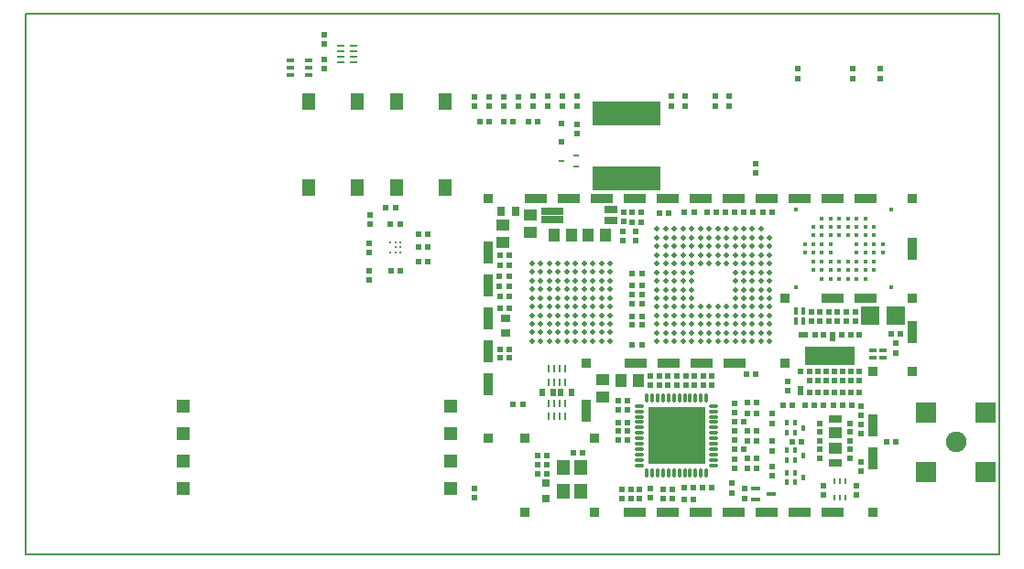
<source format=gbp>
G04 Layer_Color=128*
%FSLAX25Y25*%
%MOIN*%
G70*
G01*
G75*
%ADD16C,0.00787*%
%ADD37R,0.08000X0.03200*%
%ADD38R,0.03200X0.08000*%
%ADD39R,0.03200X0.03200*%
%ADD40R,0.04724X0.05512*%
%ADD41R,0.03740X0.02165*%
%ADD42R,0.02165X0.02165*%
%ADD43R,0.02165X0.03740*%
%ADD44R,0.02362X0.02362*%
%ADD45R,0.18189X0.07087*%
%ADD46O,0.01102X0.03543*%
%ADD47O,0.03543X0.01102*%
%ADD48R,0.20669X0.20669*%
%ADD49R,0.01693X0.01929*%
%ADD50R,0.01772X0.02323*%
%ADD51R,0.01713X0.02323*%
%ADD52R,0.02362X0.01969*%
%ADD53R,0.05118X0.02756*%
%ADD54R,0.05118X0.04134*%
%ADD55C,0.01772*%
%ADD56C,0.01929*%
%ADD57R,0.02200X0.02000*%
%ADD58R,0.02000X0.02200*%
%ADD59R,0.01378X0.02559*%
%ADD60R,0.02559X0.01378*%
%ADD61R,0.01102X0.02953*%
%ADD62R,0.03673X0.01800*%
%ADD64R,0.02760X0.02560*%
%ADD65R,0.04000X0.05000*%
%ADD66R,0.06700X0.07100*%
%ADD67R,0.02000X0.02800*%
%ADD68R,0.03000X0.03200*%
%ADD69R,0.03200X0.03000*%
%ADD70R,0.05000X0.04000*%
%ADD71R,0.04731X0.02962*%
%ADD72R,0.07874X0.03150*%
%ADD74R,0.02362X0.00984*%
%ADD75R,0.03150X0.01378*%
%ADD76R,0.05118X0.06102*%
%ADD77C,0.07480*%
%ADD79R,0.05118X0.05118*%
%ADD80R,0.24803X0.09055*%
%ADD81R,0.02953X0.01102*%
%ADD146R,0.00669X0.02165*%
%ADD147C,0.01102*%
%ADD148R,0.07480X0.07480*%
G54D16*
X354329Y0D02*
Y196851D01*
X0Y0D02*
X354329D01*
X0Y196851D02*
X354329D01*
X0Y0D02*
Y196851D01*
G54D37*
X221868Y15473D02*
D03*
X233768D02*
D03*
X222168Y69774D02*
D03*
X185568Y129574D02*
D03*
X197568D02*
D03*
X245768Y15473D02*
D03*
X257768D02*
D03*
X269768D02*
D03*
X281768D02*
D03*
X293768D02*
D03*
X234168Y69774D02*
D03*
X246168D02*
D03*
X258168D02*
D03*
X293568Y93173D02*
D03*
X305568D02*
D03*
X209568Y129574D02*
D03*
X221568D02*
D03*
X233568D02*
D03*
X245568D02*
D03*
X257568D02*
D03*
X269568D02*
D03*
X281568D02*
D03*
X293568D02*
D03*
X305568D02*
D03*
G54D38*
X203968Y52473D02*
D03*
X168468Y61974D02*
D03*
Y73974D02*
D03*
Y85974D02*
D03*
Y97974D02*
D03*
Y109974D02*
D03*
X308368Y35074D02*
D03*
Y47074D02*
D03*
X322768Y81073D02*
D03*
Y111373D02*
D03*
G54D39*
X203968Y69774D02*
D03*
X181668Y15473D02*
D03*
X308368D02*
D03*
Y66673D02*
D03*
X322768D02*
D03*
X168468Y129574D02*
D03*
X322768D02*
D03*
X168468Y42173D02*
D03*
X181668D02*
D03*
X207168D02*
D03*
Y15473D02*
D03*
X276368Y69774D02*
D03*
Y93173D02*
D03*
X322768D02*
D03*
G54D40*
X201904Y31497D02*
D03*
Y22836D02*
D03*
X195605D02*
D03*
Y31497D02*
D03*
G54D41*
X283012Y80097D02*
D03*
G54D42*
X287343D02*
D03*
X290492D02*
D03*
X297185D02*
D03*
X300335D02*
D03*
X303484D02*
D03*
Y58837D02*
D03*
X285295D02*
D03*
X288327D02*
D03*
X291398D02*
D03*
X294429D02*
D03*
X297500D02*
D03*
X300532D02*
D03*
G54D43*
X293642Y79309D02*
D03*
X282224Y59624D02*
D03*
G54D44*
X303484Y63364D02*
D03*
X300532D02*
D03*
X297500D02*
D03*
X294429D02*
D03*
X291398D02*
D03*
X288327D02*
D03*
X285295D02*
D03*
X282224Y66711D02*
D03*
X285295D02*
D03*
X288327D02*
D03*
X291398D02*
D03*
X294429D02*
D03*
X297500D02*
D03*
X300532D02*
D03*
X303484D02*
D03*
X195032Y157136D02*
D03*
Y150443D02*
D03*
G54D45*
X292618Y72419D02*
D03*
G54D46*
X226128Y56849D02*
D03*
X228096D02*
D03*
X230065D02*
D03*
X232033D02*
D03*
X234002D02*
D03*
X235970D02*
D03*
X237939D02*
D03*
X239907D02*
D03*
X241876D02*
D03*
X243844D02*
D03*
X245813D02*
D03*
X247781D02*
D03*
Y29684D02*
D03*
X245813D02*
D03*
X243844D02*
D03*
X241876D02*
D03*
X239907D02*
D03*
X237939D02*
D03*
X235970D02*
D03*
X234002D02*
D03*
X232033D02*
D03*
X230065D02*
D03*
X228096D02*
D03*
X226128D02*
D03*
G54D47*
X250537Y54093D02*
D03*
Y52125D02*
D03*
Y50156D02*
D03*
Y48188D02*
D03*
Y46219D02*
D03*
Y44251D02*
D03*
Y42282D02*
D03*
Y40314D02*
D03*
Y38345D02*
D03*
Y36377D02*
D03*
Y34408D02*
D03*
Y32440D02*
D03*
X223372D02*
D03*
Y34408D02*
D03*
Y36377D02*
D03*
Y38345D02*
D03*
Y40314D02*
D03*
Y42282D02*
D03*
Y44251D02*
D03*
Y46219D02*
D03*
Y48188D02*
D03*
Y50156D02*
D03*
Y52125D02*
D03*
Y54093D02*
D03*
G54D48*
X236954Y43266D02*
D03*
G54D49*
X282968Y46066D02*
D03*
Y36066D02*
D03*
Y27966D02*
D03*
G54D50*
X280054Y44275D02*
D03*
Y47858D02*
D03*
Y34275D02*
D03*
Y37858D02*
D03*
Y26175D02*
D03*
Y29758D02*
D03*
G54D51*
X277151Y44275D02*
D03*
Y47858D02*
D03*
Y34275D02*
D03*
Y37858D02*
D03*
Y26175D02*
D03*
Y29758D02*
D03*
G54D52*
X289142Y35067D02*
D03*
Y38217D02*
D03*
Y41366D02*
D03*
Y44516D02*
D03*
Y47666D02*
D03*
X300166D02*
D03*
Y44516D02*
D03*
Y41366D02*
D03*
Y38217D02*
D03*
Y35067D02*
D03*
G54D53*
X294654Y49241D02*
D03*
Y33492D02*
D03*
G54D54*
Y44221D02*
D03*
Y38512D02*
D03*
G54D55*
X280432Y125640D02*
D03*
Y97293D02*
D03*
X283581Y113041D02*
D03*
Y109892D02*
D03*
X286731Y119341D02*
D03*
Y116191D02*
D03*
Y113041D02*
D03*
Y109892D02*
D03*
Y106742D02*
D03*
Y103593D02*
D03*
X289880Y122490D02*
D03*
Y119341D02*
D03*
Y116191D02*
D03*
Y113041D02*
D03*
Y109892D02*
D03*
Y106742D02*
D03*
Y103593D02*
D03*
Y100443D02*
D03*
X293030Y122490D02*
D03*
Y119341D02*
D03*
Y116191D02*
D03*
Y113041D02*
D03*
Y109892D02*
D03*
Y106742D02*
D03*
Y103593D02*
D03*
Y100443D02*
D03*
X296180Y122490D02*
D03*
Y119341D02*
D03*
Y116191D02*
D03*
Y106742D02*
D03*
Y103593D02*
D03*
Y100443D02*
D03*
X299329Y122490D02*
D03*
Y119341D02*
D03*
Y116191D02*
D03*
Y106742D02*
D03*
Y103593D02*
D03*
Y100443D02*
D03*
X302479Y122490D02*
D03*
Y119341D02*
D03*
Y116191D02*
D03*
Y113041D02*
D03*
Y109892D02*
D03*
Y106742D02*
D03*
Y103593D02*
D03*
Y100443D02*
D03*
X305628Y122490D02*
D03*
Y119341D02*
D03*
Y116191D02*
D03*
Y113041D02*
D03*
Y109892D02*
D03*
Y106742D02*
D03*
Y103593D02*
D03*
Y100443D02*
D03*
X308778Y119341D02*
D03*
Y116191D02*
D03*
Y113041D02*
D03*
Y109892D02*
D03*
Y106742D02*
D03*
Y103593D02*
D03*
X311928Y113041D02*
D03*
Y109892D02*
D03*
X315077Y125640D02*
D03*
Y97293D02*
D03*
G54D56*
X184381Y106040D02*
D03*
Y102890D02*
D03*
Y99741D02*
D03*
Y96591D02*
D03*
Y93441D02*
D03*
Y90292D02*
D03*
Y87142D02*
D03*
Y83992D02*
D03*
Y80843D02*
D03*
Y77693D02*
D03*
X187531Y106040D02*
D03*
Y102890D02*
D03*
Y99741D02*
D03*
Y96591D02*
D03*
Y93441D02*
D03*
Y90292D02*
D03*
Y87142D02*
D03*
Y83992D02*
D03*
Y80843D02*
D03*
Y77693D02*
D03*
X190680Y106040D02*
D03*
Y102890D02*
D03*
Y99741D02*
D03*
Y96591D02*
D03*
Y93441D02*
D03*
Y90292D02*
D03*
Y87142D02*
D03*
Y83992D02*
D03*
Y80843D02*
D03*
Y77693D02*
D03*
X193830Y106040D02*
D03*
Y102890D02*
D03*
Y99741D02*
D03*
Y96591D02*
D03*
Y93441D02*
D03*
Y90292D02*
D03*
Y87142D02*
D03*
Y83992D02*
D03*
Y80843D02*
D03*
Y77693D02*
D03*
X196979Y106040D02*
D03*
Y102890D02*
D03*
Y99741D02*
D03*
Y96591D02*
D03*
Y93441D02*
D03*
Y90292D02*
D03*
Y87142D02*
D03*
Y83992D02*
D03*
Y80843D02*
D03*
Y77693D02*
D03*
X200129Y106040D02*
D03*
Y102890D02*
D03*
Y99741D02*
D03*
Y96591D02*
D03*
Y93441D02*
D03*
Y90292D02*
D03*
Y87142D02*
D03*
Y83992D02*
D03*
Y80843D02*
D03*
Y77693D02*
D03*
X203279Y106040D02*
D03*
Y102890D02*
D03*
Y99741D02*
D03*
Y96591D02*
D03*
Y93441D02*
D03*
Y90292D02*
D03*
Y87142D02*
D03*
Y83992D02*
D03*
Y80843D02*
D03*
Y77693D02*
D03*
X206428Y106040D02*
D03*
Y102890D02*
D03*
Y99741D02*
D03*
Y96591D02*
D03*
Y93441D02*
D03*
Y90292D02*
D03*
Y87142D02*
D03*
Y83992D02*
D03*
Y80843D02*
D03*
Y77693D02*
D03*
X209578Y106040D02*
D03*
Y102890D02*
D03*
Y99741D02*
D03*
Y96591D02*
D03*
Y93441D02*
D03*
Y90292D02*
D03*
Y87142D02*
D03*
Y83992D02*
D03*
Y80843D02*
D03*
Y77693D02*
D03*
X212728Y106040D02*
D03*
Y102890D02*
D03*
Y99741D02*
D03*
Y96591D02*
D03*
Y93441D02*
D03*
Y90292D02*
D03*
Y87142D02*
D03*
Y83992D02*
D03*
Y80843D02*
D03*
Y77693D02*
D03*
X267677Y118539D02*
D03*
X264528D02*
D03*
X261378D02*
D03*
X258228D02*
D03*
X255079D02*
D03*
X251929D02*
D03*
X248780D02*
D03*
X245630D02*
D03*
X242480D02*
D03*
X239331D02*
D03*
X236181D02*
D03*
X233032D02*
D03*
X229882D02*
D03*
X270827Y115389D02*
D03*
X267677D02*
D03*
X264528D02*
D03*
X261378D02*
D03*
X258228D02*
D03*
X255079D02*
D03*
X251929D02*
D03*
X248780D02*
D03*
X245630D02*
D03*
X242480D02*
D03*
X239331D02*
D03*
X236181D02*
D03*
X233032D02*
D03*
X229882D02*
D03*
X270827Y112240D02*
D03*
X267677D02*
D03*
X264528D02*
D03*
X261378D02*
D03*
X258228D02*
D03*
X255079D02*
D03*
X251929D02*
D03*
X248780D02*
D03*
X245630D02*
D03*
X242480D02*
D03*
X239331D02*
D03*
X236181D02*
D03*
X233032D02*
D03*
X229882D02*
D03*
X270827Y109090D02*
D03*
X267677D02*
D03*
X264528D02*
D03*
X261378D02*
D03*
X258228D02*
D03*
X255079D02*
D03*
X251929D02*
D03*
X248780D02*
D03*
X245630D02*
D03*
X242480D02*
D03*
X239331D02*
D03*
X236181D02*
D03*
X233032D02*
D03*
X229882D02*
D03*
X270827Y105941D02*
D03*
X267677D02*
D03*
X264528D02*
D03*
X261378D02*
D03*
X258228D02*
D03*
X255079D02*
D03*
X251929D02*
D03*
X248780D02*
D03*
X245630D02*
D03*
X242480D02*
D03*
X239331D02*
D03*
X236181D02*
D03*
X233032D02*
D03*
X229882D02*
D03*
X270827Y102791D02*
D03*
X267677D02*
D03*
X264528D02*
D03*
X261378D02*
D03*
X258228D02*
D03*
X242480D02*
D03*
X239331D02*
D03*
X236181D02*
D03*
X233032D02*
D03*
X229882D02*
D03*
X270827Y99641D02*
D03*
X267677D02*
D03*
X264528D02*
D03*
X261378D02*
D03*
X258228D02*
D03*
X242480D02*
D03*
X239331D02*
D03*
X236181D02*
D03*
X233032D02*
D03*
X229882D02*
D03*
X270827Y96492D02*
D03*
X267677D02*
D03*
X264528D02*
D03*
X261378D02*
D03*
X258228D02*
D03*
X242480D02*
D03*
X239331D02*
D03*
X236181D02*
D03*
X233032D02*
D03*
X229882D02*
D03*
X270827Y93342D02*
D03*
X267677D02*
D03*
X264528D02*
D03*
X261378D02*
D03*
X258228D02*
D03*
X242480D02*
D03*
X239331D02*
D03*
X236181D02*
D03*
X233032D02*
D03*
X229882D02*
D03*
X270827Y90193D02*
D03*
X267677D02*
D03*
X264528D02*
D03*
X261378D02*
D03*
X258228D02*
D03*
X255079D02*
D03*
X251929D02*
D03*
X248780D02*
D03*
X245630D02*
D03*
X242480D02*
D03*
X239331D02*
D03*
X236181D02*
D03*
X233032D02*
D03*
X229882D02*
D03*
X270827Y87043D02*
D03*
X267677D02*
D03*
X264528D02*
D03*
X261378D02*
D03*
X258228D02*
D03*
X255079D02*
D03*
X251929D02*
D03*
X248780D02*
D03*
X245630D02*
D03*
X242480D02*
D03*
X239331D02*
D03*
X236181D02*
D03*
X233032D02*
D03*
X229882D02*
D03*
X270827Y83893D02*
D03*
X267677D02*
D03*
X264528D02*
D03*
X261378D02*
D03*
X258228D02*
D03*
X255079D02*
D03*
X251929D02*
D03*
X248780D02*
D03*
X245630D02*
D03*
X242480D02*
D03*
X239331D02*
D03*
X236181D02*
D03*
X233032D02*
D03*
X229882D02*
D03*
X270827Y80744D02*
D03*
X267677D02*
D03*
X264528D02*
D03*
X261378D02*
D03*
X258228D02*
D03*
X255079D02*
D03*
X251929D02*
D03*
X248780D02*
D03*
X245630D02*
D03*
X242480D02*
D03*
X239331D02*
D03*
X236181D02*
D03*
X233032D02*
D03*
X229882D02*
D03*
X270827Y77594D02*
D03*
X267677D02*
D03*
X264528D02*
D03*
X261378D02*
D03*
X258228D02*
D03*
X255079D02*
D03*
X251929D02*
D03*
X248780D02*
D03*
X245630D02*
D03*
X242480D02*
D03*
X239331D02*
D03*
X236181D02*
D03*
X233032D02*
D03*
X229882D02*
D03*
G54D57*
X318454Y80167D02*
D03*
X315054D02*
D03*
X261454Y124767D02*
D03*
X264854D02*
D03*
X262454Y65566D02*
D03*
X265854D02*
D03*
X220854Y86766D02*
D03*
X224254D02*
D03*
X220854Y91466D02*
D03*
X224254D02*
D03*
X220854Y76467D02*
D03*
X224254D02*
D03*
X220754Y124667D02*
D03*
X224154D02*
D03*
X199354Y37067D02*
D03*
X202754D02*
D03*
X176054Y93866D02*
D03*
X172654D02*
D03*
X177554Y54667D02*
D03*
X180954D02*
D03*
X220854Y97966D02*
D03*
X224254D02*
D03*
X176054Y89767D02*
D03*
X172654D02*
D03*
X176154Y74766D02*
D03*
X172754D02*
D03*
X239854Y124767D02*
D03*
X243254D02*
D03*
X231954Y23666D02*
D03*
X235354D02*
D03*
X239654Y24466D02*
D03*
X243054D02*
D03*
X262654Y55167D02*
D03*
X266054D02*
D03*
X262654Y51467D02*
D03*
X266054D02*
D03*
X262654Y45066D02*
D03*
X266054D02*
D03*
X262654Y41366D02*
D03*
X266054D02*
D03*
X262654Y34866D02*
D03*
X266054D02*
D03*
X262654Y31266D02*
D03*
X266054D02*
D03*
X290554Y54167D02*
D03*
X293954D02*
D03*
X297354D02*
D03*
X300754D02*
D03*
X283754D02*
D03*
X287154D02*
D03*
X235354Y20467D02*
D03*
X231954D02*
D03*
X215654Y48066D02*
D03*
X219054D02*
D03*
X258154Y48267D02*
D03*
X261554D02*
D03*
X215654Y44866D02*
D03*
X219054D02*
D03*
X215654Y41666D02*
D03*
X219054D02*
D03*
X258154Y38166D02*
D03*
X261554D02*
D03*
X243054Y20066D02*
D03*
X239654D02*
D03*
X249854Y24466D02*
D03*
X246454D02*
D03*
X282554Y40966D02*
D03*
X279154D02*
D03*
Y54167D02*
D03*
X275754D02*
D03*
X254754Y124767D02*
D03*
X258154D02*
D03*
X271654D02*
D03*
X268254D02*
D03*
X220854Y94666D02*
D03*
X224254D02*
D03*
X186354Y29366D02*
D03*
X189754D02*
D03*
X215654Y52767D02*
D03*
X219054D02*
D03*
X215654Y55967D02*
D03*
X219054D02*
D03*
X224154Y121066D02*
D03*
X220754D02*
D03*
X176054Y108967D02*
D03*
X172654D02*
D03*
X176054Y105266D02*
D03*
X172654D02*
D03*
X224259Y102237D02*
D03*
X220859D02*
D03*
X234154Y124467D02*
D03*
X230754D02*
D03*
X224254Y83566D02*
D03*
X220854D02*
D03*
X251354Y124767D02*
D03*
X247954D02*
D03*
X172754Y71566D02*
D03*
X176154D02*
D03*
X177502Y157718D02*
D03*
X174102D02*
D03*
X146454Y111851D02*
D03*
X143054D02*
D03*
X146482Y106737D02*
D03*
X143082D02*
D03*
X134581Y126218D02*
D03*
X131181D02*
D03*
X133149Y103315D02*
D03*
X136549D02*
D03*
X132881Y120387D02*
D03*
X136281D02*
D03*
X313254Y40988D02*
D03*
X316654D02*
D03*
X168702Y157718D02*
D03*
X165302D02*
D03*
X186502Y157718D02*
D03*
X183102D02*
D03*
X143117Y116820D02*
D03*
X146517D02*
D03*
G54D58*
X292354Y85066D02*
D03*
Y88467D02*
D03*
X289154D02*
D03*
Y85066D02*
D03*
X227454Y65066D02*
D03*
Y61667D02*
D03*
X290354Y21666D02*
D03*
Y25067D02*
D03*
X302354D02*
D03*
Y21666D02*
D03*
X261654Y23866D02*
D03*
Y20467D02*
D03*
X186254Y36066D02*
D03*
Y32667D02*
D03*
X172554Y97767D02*
D03*
Y101166D02*
D03*
X304054Y54066D02*
D03*
Y50666D02*
D03*
Y43867D02*
D03*
Y47267D02*
D03*
X277454Y59667D02*
D03*
Y63067D02*
D03*
X285954Y85066D02*
D03*
Y88467D02*
D03*
X301954Y85066D02*
D03*
Y88467D02*
D03*
X298754Y85066D02*
D03*
Y88467D02*
D03*
X295554Y85066D02*
D03*
Y88467D02*
D03*
X316754Y76867D02*
D03*
Y73466D02*
D03*
X249854Y61667D02*
D03*
Y65066D02*
D03*
X246654Y61667D02*
D03*
Y65066D02*
D03*
X243454Y61667D02*
D03*
Y65066D02*
D03*
X240254Y61667D02*
D03*
Y65066D02*
D03*
X237054Y61667D02*
D03*
Y65066D02*
D03*
X233854Y61667D02*
D03*
Y65066D02*
D03*
X230654Y61667D02*
D03*
Y65066D02*
D03*
X257154Y25866D02*
D03*
Y22467D02*
D03*
X217154Y20166D02*
D03*
Y23566D02*
D03*
X227454Y20666D02*
D03*
Y24067D02*
D03*
X223554Y20166D02*
D03*
Y23566D02*
D03*
X220354Y20166D02*
D03*
Y23566D02*
D03*
X258054Y54966D02*
D03*
Y51566D02*
D03*
Y44967D02*
D03*
Y41567D02*
D03*
Y31367D02*
D03*
Y34767D02*
D03*
X271754Y51166D02*
D03*
Y47767D02*
D03*
Y41166D02*
D03*
Y37767D02*
D03*
Y32067D02*
D03*
Y28666D02*
D03*
X304054Y33566D02*
D03*
Y30167D02*
D03*
X176154Y97767D02*
D03*
Y101166D02*
D03*
X189854Y36066D02*
D03*
Y32667D02*
D03*
X217654Y121167D02*
D03*
Y124566D02*
D03*
X217454Y117766D02*
D03*
Y114366D02*
D03*
X221954Y114166D02*
D03*
Y117567D02*
D03*
X265749Y139052D02*
D03*
Y142453D02*
D03*
X190198Y163433D02*
D03*
Y166833D02*
D03*
X195528Y163433D02*
D03*
Y166833D02*
D03*
X200859Y156667D02*
D03*
Y153267D02*
D03*
Y163433D02*
D03*
Y166833D02*
D03*
X184867Y163433D02*
D03*
Y166833D02*
D03*
X255995Y166834D02*
D03*
Y163434D02*
D03*
X281033Y176834D02*
D03*
Y173434D02*
D03*
X301033Y176834D02*
D03*
Y173434D02*
D03*
X311033Y176834D02*
D03*
Y173434D02*
D03*
X234902Y166834D02*
D03*
Y163434D02*
D03*
X250964Y166834D02*
D03*
Y163434D02*
D03*
X239933Y166834D02*
D03*
Y163434D02*
D03*
X108794Y185920D02*
D03*
Y189320D02*
D03*
Y180320D02*
D03*
Y176920D02*
D03*
X163503Y23976D02*
D03*
Y20576D02*
D03*
X125145Y109883D02*
D03*
Y113283D02*
D03*
X125279Y120387D02*
D03*
Y123787D02*
D03*
X125145Y103315D02*
D03*
Y99915D02*
D03*
X168702Y163370D02*
D03*
Y166770D02*
D03*
X163302D02*
D03*
Y163370D02*
D03*
X179502D02*
D03*
Y166770D02*
D03*
X174102D02*
D03*
Y163370D02*
D03*
G54D59*
X280435Y84896D02*
D03*
X283073D02*
D03*
Y88637D02*
D03*
X280435D02*
D03*
G54D60*
X308284Y74385D02*
D03*
Y71748D02*
D03*
X312024D02*
D03*
Y74385D02*
D03*
G54D61*
X196407Y50206D02*
D03*
X194439D02*
D03*
X192470D02*
D03*
X190502D02*
D03*
Y55127D02*
D03*
X192470D02*
D03*
X194439D02*
D03*
X196407D02*
D03*
Y62806D02*
D03*
X194439D02*
D03*
X192470D02*
D03*
X190502D02*
D03*
Y67727D02*
D03*
X192470D02*
D03*
X194439D02*
D03*
X196407D02*
D03*
G54D62*
X265746Y20098D02*
D03*
Y24035D02*
D03*
X271362Y22066D02*
D03*
G54D64*
X189554Y25916D02*
D03*
Y20216D02*
D03*
G54D65*
X216754Y63367D02*
D03*
X223154D02*
D03*
X198854Y116466D02*
D03*
X192454D02*
D03*
X211054Y116367D02*
D03*
X204654D02*
D03*
G54D66*
X307542Y87067D02*
D03*
X316566D02*
D03*
G54D67*
X191923Y58867D02*
D03*
X187985D02*
D03*
X194785D02*
D03*
X198723D02*
D03*
G54D68*
X178349Y125054D02*
D03*
X172949D02*
D03*
G54D69*
X174654Y85966D02*
D03*
Y80567D02*
D03*
G54D70*
X183649Y117353D02*
D03*
Y123753D02*
D03*
X173804Y113567D02*
D03*
Y119966D02*
D03*
X209954Y63666D02*
D03*
Y57266D02*
D03*
G54D71*
X212959Y121606D02*
D03*
Y125670D02*
D03*
G54D72*
X191696Y122161D02*
D03*
Y125113D02*
D03*
G54D74*
X200544Y145408D02*
D03*
Y141471D02*
D03*
X195032Y143439D02*
D03*
G54D75*
X96240Y174781D02*
D03*
Y177340D02*
D03*
Y179899D02*
D03*
X102933D02*
D03*
Y177340D02*
D03*
Y174781D02*
D03*
G54D76*
X152701Y133608D02*
D03*
Y164907D02*
D03*
X134984Y133608D02*
D03*
Y164907D02*
D03*
X102933D02*
D03*
Y133608D02*
D03*
X120650Y164907D02*
D03*
Y133608D02*
D03*
G54D77*
X338672Y40988D02*
D03*
G54D79*
X154868Y23976D02*
D03*
Y33976D02*
D03*
Y43976D02*
D03*
Y53976D02*
D03*
X57230Y23976D02*
D03*
Y33976D02*
D03*
Y43976D02*
D03*
Y53976D02*
D03*
G54D80*
X218660Y136977D02*
D03*
Y160599D02*
D03*
G54D81*
X119489Y185242D02*
D03*
Y183273D02*
D03*
Y181305D02*
D03*
Y179336D02*
D03*
X114568D02*
D03*
Y181305D02*
D03*
Y183273D02*
D03*
Y185242D02*
D03*
G54D146*
X298323Y20515D02*
D03*
X296354D02*
D03*
X294386D02*
D03*
Y26618D02*
D03*
X296354D02*
D03*
X298323D02*
D03*
G54D147*
X132612Y113820D02*
D03*
Y109883D02*
D03*
X134581Y113820D02*
D03*
Y111851D02*
D03*
Y109883D02*
D03*
X136549Y113820D02*
D03*
Y111851D02*
D03*
Y109883D02*
D03*
G54D148*
X349498Y51814D02*
D03*
X327845D02*
D03*
Y30161D02*
D03*
X349498D02*
D03*
M02*

</source>
